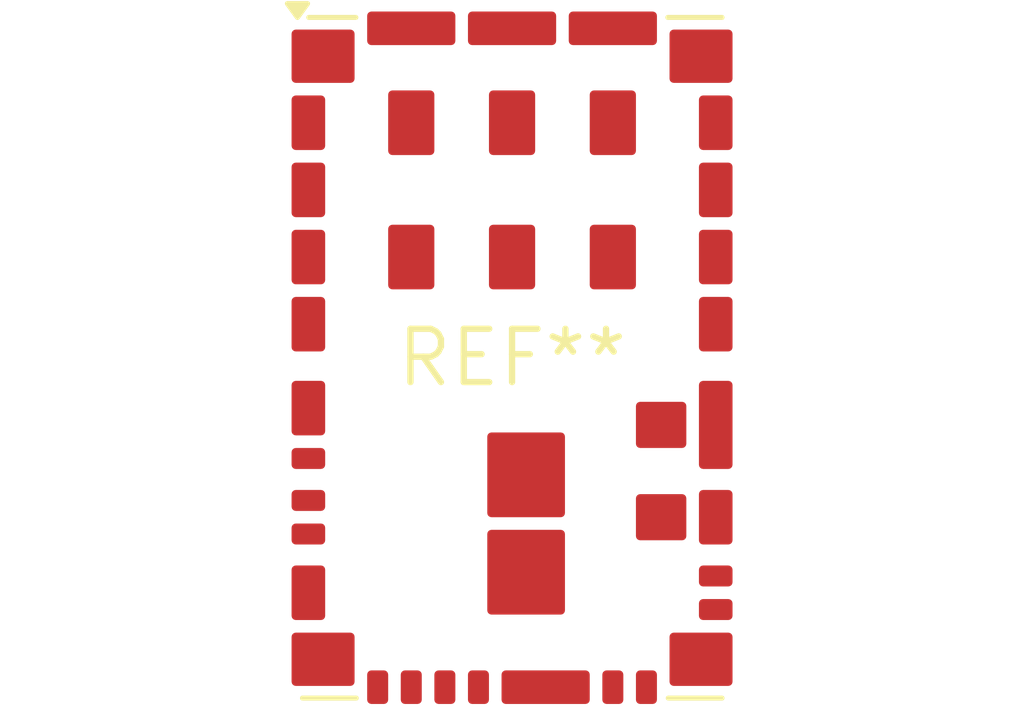
<source format=kicad_pcb>
(kicad_pcb (version 20240108) (generator pcbnew)
  (layers (0 "F.Cu" signal) (31 "B.Cu" signal) (34 "B.Paste" user) (35 "F.Paste" user) (36 "B.SilkS" user "B.Silkscreen") (37 "F.SilkS" user "F.Silkscreen") (38 "B.Mask" user) (39 "F.Mask" user) (44 "Edge.Cuts" user))
  (net 0 "")
  (footprint "Texas_QFN-41_10x16mm" (layer "F.Cu") (at 0 0)
    (property "Reference" "REF**")
    (property "Value" "Texas_QFN-41_10x16mm")
    (fp_line (start -3.72 -8.11) (end -4.84 -8.11) (layer "F.SilkS") (stroke (width 0.12)))
    (fp_line (start -3.71 8.11) (end -4.99 8.11) (layer "F.SilkS") (stroke (width 0.12)))
    (fp_line (start 5 -8.11) (end 3.71 -8.11) (layer "F.SilkS") (stroke (width 0.12)))
    (fp_line (start 5 8.11) (end 3.72 8.11) (layer "F.SilkS") (stroke (width 0.12)))
    (fp_poly (pts (xy -5.11 -8.11) (xy -5.35 -8.44) (xy -4.87 -8.44) (xy -5.11 -8.11)) (layer "F.SilkS") (stroke (width 0.12)) (fill solid))
    (pad "1" smd roundrect (at -4.5 -7.185) (size 1.5 1.27) (layers "F.Cu") (roundrect_rratio 0.079))
    (pad "2" smd roundrect (at -4.85 -5.6) (size 0.8 1.3) (layers "F.Cu") (roundrect_rratio 0.125))
    (pad "3" smd roundrect (at -4.85 -4) (size 0.8 1.3) (layers "F.Cu") (roundrect_rratio 0.125))
    (pad "4" smd roundrect (at -4.85 -2.4) (size 0.8 1.3) (layers "F.Cu") (roundrect_rratio 0.125))
    (pad "5" smd roundrect (at -4.85 -0.8) (size 0.8 1.3) (layers "F.Cu") (roundrect_rratio 0.125))
    (pad "6" smd roundrect (at -4.85 1.2) (size 0.8 1.3) (layers "F.Cu") (roundrect_rratio 0.125))
    (pad "7" smd roundrect (at -4.85 2.4) (size 0.8 0.5) (layers "F.Cu" "F.Paste" "F.Mask") (roundrect_rratio 0.2))
    (pad "8" smd roundrect (at -4.85 3.4) (size 0.8 0.5) (layers "F.Cu" "F.Paste" "F.Mask") (roundrect_rratio 0.2))
    (pad "9" smd roundrect (at -4.85 4.2) (size 0.8 0.5) (layers "F.Cu" "F.Paste" "F.Mask") (roundrect_rratio 0.2))
    (pad "10" smd roundrect (at -4.85 5.6) (size 0.8 1.3) (layers "F.Cu") (roundrect_rratio 0.125))
    (pad "11" smd roundrect (at -4.5 7.185) (size 1.5 1.27) (layers "F.Cu") (roundrect_rratio 0.079))
    (pad "12" smd roundrect (at -3.2 7.85 90) (size 0.8 0.5) (layers "F.Cu" "F.Paste" "F.Mask") (roundrect_rratio 0.2))
    (pad "13" smd roundrect (at -2.4 7.85 90) (size 0.8 0.5) (layers "F.Cu" "F.Paste" "F.Mask") (roundrect_rratio 0.2))
    (pad "14" smd roundrect (at -1.6 7.85 90) (size 0.8 0.5) (layers "F.Cu" "F.Paste" "F.Mask") (roundrect_rratio 0.2))
    (pad "15" smd roundrect (at -0.8 7.85 90) (size 0.8 0.5) (layers "F.Cu" "F.Paste" "F.Mask") (roundrect_rratio 0.2))
    (pad "16" smd roundrect (at 0.8 7.85 90) (size 0.8 2.1) (layers "F.Cu") (roundrect_rratio 0.125))
    (pad "17" smd roundrect (at 2.4 7.85 90) (size 0.8 0.5) (layers "F.Cu" "F.Paste" "F.Mask") (roundrect_rratio 0.2))
    (pad "18" smd roundrect (at 3.2 7.85 90) (size 0.8 0.5) (layers "F.Cu" "F.Paste" "F.Mask") (roundrect_rratio 0.2))
    (pad "19" smd roundrect (at 4.5 7.185 180) (size 1.5 1.27) (layers "F.Cu") (roundrect_rratio 0.079))
    (pad "20" smd roundrect (at 4.85 6) (size 0.8 0.5) (layers "F.Cu" "F.Paste" "F.Mask") (roundrect_rratio 0.2))
    (pad "21" smd roundrect (at 4.85 5.2) (size 0.8 0.5) (layers "F.Cu" "F.Paste" "F.Mask") (roundrect_rratio 0.2))
    (pad "22" smd roundrect (at 4.85 3.8 180) (size 0.8 1.3) (layers "F.Cu") (roundrect_rratio 0.125))
    (pad "23" smd roundrect (at 4.85 1.6 180) (size 0.8 2.1) (layers "F.Cu") (roundrect_rratio 0.125))
    (pad "24" smd roundrect (at 4.85 -0.8 180) (size 0.8 1.3) (layers "F.Cu") (roundrect_rratio 0.125))
    (pad "25" smd roundrect (at 4.85 -2.4 180) (size 0.8 1.3) (layers "F.Cu") (roundrect_rratio 0.125))
    (pad "26" smd roundrect (at 4.85 -4 180) (size 0.8 1.3) (layers "F.Cu") (roundrect_rratio 0.125))
    (pad "27" smd roundrect (at 4.85 -5.6 180) (size 0.8 1.3) (layers "F.Cu") (roundrect_rratio 0.125))
    (pad "28" smd roundrect (at 4.5 -7.185 180) (size 1.5 1.27) (layers "F.Cu") (roundrect_rratio 0.079))
    (pad "29" smd roundrect (at 2.4 -7.85 270) (size 0.8 2.1) (layers "F.Cu") (roundrect_rratio 0.125))
    (pad "30" smd roundrect (at 0 -7.85 270) (size 0.8 2.1) (layers "F.Cu") (roundrect_rratio 0.125))
    (pad "31" smd roundrect (at -2.4 -7.85 270) (size 0.8 2.1) (layers "F.Cu") (roundrect_rratio 0.125))
    (pad "32" smd roundrect (at -2.4 -5.6) (size 1.1 1.54) (layers "F.Cu" "F.Paste" "F.Mask") (roundrect_rratio 0.091))
    (pad "33" smd roundrect (at -2.4 -2.4) (size 1.1 1.54) (layers "F.Cu" "F.Paste" "F.Mask") (roundrect_rratio 0.091))
    (pad "34" smd roundrect (at 0 -5.6) (size 1.1 1.54) (layers "F.Cu" "F.Paste" "F.Mask") (roundrect_rratio 0.091))
    (pad "35" smd roundrect (at 0 -2.4) (size 1.1 1.54) (layers "F.Cu" "F.Paste" "F.Mask") (roundrect_rratio 0.091))
    (pad "36" smd roundrect (at 2.4 -5.6) (size 1.1 1.54) (layers "F.Cu" "F.Paste" "F.Mask") (roundrect_rratio 0.091))
    (pad "37" smd roundrect (at 2.4 -2.4) (size 1.1 1.54) (layers "F.Cu" "F.Paste" "F.Mask") (roundrect_rratio 0.091))
    (pad "38" smd roundrect (at 3.55 1.6) (size 1.2 1.1) (layers "F.Cu" "F.Paste" "F.Mask") (roundrect_rratio 0.091))
    (pad "39" smd roundrect (at 3.55 3.8) (size 1.2 1.1) (layers "F.Cu" "F.Paste" "F.Mask") (roundrect_rratio 0.091))
    (pad "40" smd roundrect (at 0.335 2.79) (size 1.85 2.02) (layers "F.Cu" "F.Paste" "F.Mask") (roundrect_rratio 0.054))
    (pad "41" smd roundrect (at 0.335 5.11) (size 1.85 2.02) (layers "F.Cu" "F.Paste" "F.Mask") (roundrect_rratio 0.054))
  )
)
</source>
